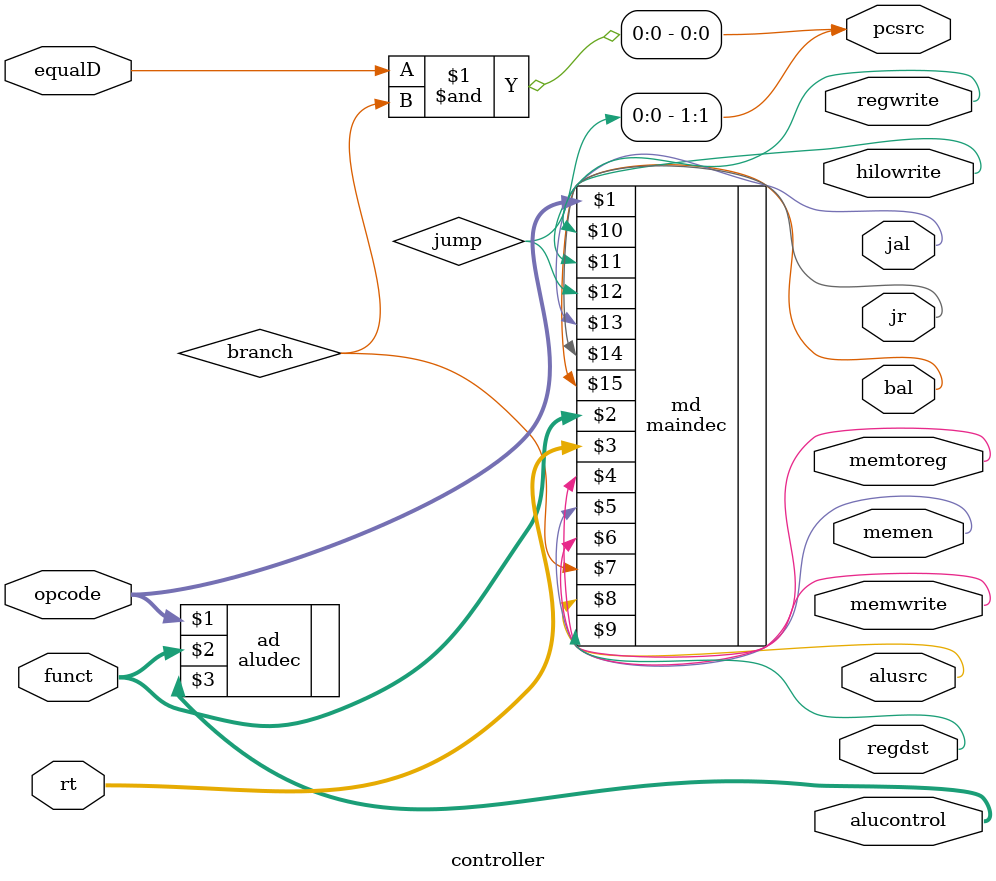
<source format=v>
module controller(
    /*-----Decode input------*/
    input [5:0] opcode,funct,
    input [4:0] rt,
    input equalD,
    /*-----Decode output------*/
    output memtoreg,memen,memwrite,
    output alusrc,
    output regdst,regwrite,hilowrite,
    output jal,jr,bal,
    output [1:0] pcsrc,
    output [7:0] alucontrol
   );

   wire branch,jump;
   maindec md(opcode,funct,rt,memtoreg,memen,memwrite,branch,alusrc,regdst,
              regwrite,hilowrite,jump,jal,jr,bal);
   aludec  ad(opcode,funct,alucontrol);
   assign pcsrc={jump,equalD&branch};
   
   
endmodule
</source>
